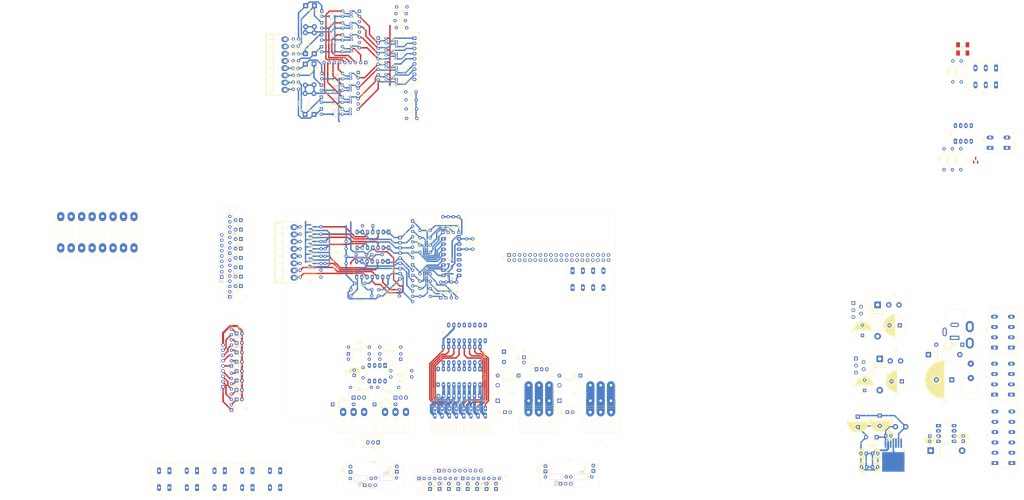
<source format=kicad_pcb>
(kicad_pcb
	(version 20240108)
	(generator "pcbnew")
	(generator_version "8.0")
	(general
		(thickness 1.6)
		(legacy_teardrops no)
	)
	(paper "A4")
	(layers
		(0 "F.Cu" signal)
		(31 "B.Cu" signal)
		(32 "B.Adhes" user "B.Adhesive")
		(33 "F.Adhes" user "F.Adhesive")
		(34 "B.Paste" user)
		(35 "F.Paste" user)
		(36 "B.SilkS" user "B.Silkscreen")
		(37 "F.SilkS" user "F.Silkscreen")
		(38 "B.Mask" user)
		(39 "F.Mask" user)
		(40 "Dwgs.User" user "User.Drawings")
		(41 "Cmts.User" user "User.Comments")
		(42 "Eco1.User" user "User.Eco1")
		(43 "Eco2.User" user "User.Eco2")
		(44 "Edge.Cuts" user)
		(45 "Margin" user)
		(46 "B.CrtYd" user "B.Courtyard")
		(47 "F.CrtYd" user "F.Courtyard")
		(48 "B.Fab" user)
		(49 "F.Fab" user)
		(50 "User.1" user)
		(51 "User.2" user)
		(52 "User.3" user)
		(53 "User.4" user)
		(54 "User.5" user)
		(55 "User.6" user)
		(56 "User.7" user)
		(57 "User.8" user)
		(58 "User.9" user)
	)
	(setup
		(pad_to_mask_clearance 0)
		(allow_soldermask_bridges_in_footprints no)
		(pcbplotparams
			(layerselection 0x00010fc_ffffffff)
			(plot_on_all_layers_selection 0x0000000_00000000)
			(disableapertmacros no)
			(usegerberextensions no)
			(usegerberattributes yes)
			(usegerberadvancedattributes yes)
			(creategerberjobfile yes)
			(dashed_line_dash_ratio 12.000000)
			(dashed_line_gap_ratio 3.000000)
			(svgprecision 4)
			(plotframeref no)
			(viasonmask no)
			(mode 1)
			(useauxorigin no)
			(hpglpennumber 1)
			(hpglpenspeed 20)
			(hpglpendiameter 15.000000)
			(pdf_front_fp_property_popups yes)
			(pdf_back_fp_property_popups yes)
			(dxfpolygonmode yes)
			(dxfimperialunits yes)
			(dxfusepcbnewfont yes)
			(psnegative no)
			(psa4output no)
			(plotreference yes)
			(plotvalue yes)
			(plotfptext yes)
			(plotinvisibletext no)
			(sketchpadsonfab no)
			(subtractmaskfromsilk no)
			(outputformat 1)
			(mirror no)
			(drillshape 1)
			(scaleselection 1)
			(outputdirectory "")
		)
	)
	(net 0 "")
	(net 1 "+5V")
	(net 2 "/Buzzer")
	(net 3 "+24V filtered")
	(net 4 "GND")
	(net 5 "+3V3")
	(net 6 "/ADC_CH3")
	(net 7 "/ADC_CH1")
	(net 8 "+12V")
	(net 9 "Net-(D6-K)")
	(net 10 "Net-(U1-BOOT)")
	(net 11 "/Dig-IN_1")
	(net 12 "Net-(U11-CAP+)")
	(net 13 "Net-(D14-K)")
	(net 14 "-5V")
	(net 15 "/ADC_CH5")
	(net 16 "/ADC_CH6")
	(net 17 "/ADC_CH0")
	(net 18 "/ADC_CH2")
	(net 19 "/ADC_CH7")
	(net 20 "/ADC_CH4")
	(net 21 "/Dig-IN_2")
	(net 22 "/Dig-IN_3")
	(net 23 "/Dig-IN_4")
	(net 24 "/Dig-IN_5")
	(net 25 "/Dig-IN_6")
	(net 26 "/Dig-IN_7")
	(net 27 "/Dig-IN_8")
	(net 28 "Net-(D1-K)")
	(net 29 "Net-(D2-K)")
	(net 30 "Net-(D5-K)")
	(net 31 "OUT_Digital_1_open-drain")
	(net 32 "Net-(U3C-+)")
	(net 33 "Net-(U3D-+)")
	(net 34 "IN_Analog_6 (0-20mA)")
	(net 35 "IN_Analog_7 (0-20mA)")
	(net 36 "Net-(U9B-+)")
	(net 37 "/OUT_PWM_1_diode")
	(net 38 "/OUT_PWM_2_diode")
	(net 39 "Net-(D34-A)")
	(net 40 "Net-(U9A-+)")
	(net 41 "OUT_Digital_2_open-drain")
	(net 42 "OUT_Digital_3_open-drain")
	(net 43 "OUT_Digital_4_open-drain")
	(net 44 "OUT_Digital_5_open-drain")
	(net 45 "Net-(U3A-+)")
	(net 46 "I2C_SDA")
	(net 47 "RS485_B")
	(net 48 "RS485_A")
	(net 49 "Net-(D50-A1)")
	(net 50 "Net-(D51-A)")
	(net 51 "Net-(D53-A1)")
	(net 52 "Net-(D54-A)")
	(net 53 "Net-(D56-A1)")
	(net 54 "Net-(D57-A)")
	(net 55 "Net-(D59-A1)")
	(net 56 "Net-(D60-A)")
	(net 57 "Net-(D62-A1)")
	(net 58 "Net-(D63-A)")
	(net 59 "Net-(D65-A1)")
	(net 60 "Net-(D66-A)")
	(net 61 "Net-(D68-A1)")
	(net 62 "Net-(D69-A)")
	(net 63 "Net-(D71-A1)")
	(net 64 "Net-(D72-A)")
	(net 65 "+BATT")
	(net 66 "unconnected-(J1-ID_SD{slash}GPIO0-Pad27)")
	(net 67 "/SPI_CE0_ADC")
	(net 68 "Net-(J1-3V3-Pad1)")
	(net 69 "/SPI0_miso_ADC")
	(net 70 "/UART_DIR-T")
	(net 71 "/SPI0_mosi_ADC")
	(net 72 "/SPI0_sclk_ADC")
	(net 73 "/UART_TX")
	(net 74 "/SPI1_miso_FREE")
	(net 75 "/SR-OUT_latch")
	(net 76 "/SPI1_mosi_FREE")
	(net 77 "/SR-OUT_clock")
	(net 78 "/SR-OUT_data")
	(net 79 "unconnected-(J1-ID_SC{slash}GPIO1-Pad28)")
	(net 80 "/SPI1_CE_FREE")
	(net 81 "/UART_RX")
	(net 82 "/OUT_PWM_2")
	(net 83 "/SPI1_sclk_FREE")
	(net 84 "/OUT_PWM_1")
	(net 85 "IN_Digital_8")
	(net 86 "IN_Digital_5")
	(net 87 "IN_Digital_2")
	(net 88 "IN_Digital_3")
	(net 89 "IN_Digital_4")
	(net 90 "IN_Digital_6")
	(net 91 "IN_Digital_7")
	(net 92 "IN_Digital_1")
	(net 93 "OUT_Digital_8")
	(net 94 "OUT_Digital_7_open-drain")
	(net 95 "OUT_Digital_2")
	(net 96 "OUT_Digital_4")
	(net 97 "OUT_Digital_5")
	(net 98 "OUT_Digital_6")
	(net 99 "OUT_Digital_3")
	(net 100 "OUT_Digital_7")
	(net 101 "OUT_Digital_8_open-drain")
	(net 102 "OUT_Digital_1")
	(net 103 "OUT_Digital_6_open-drain")
	(net 104 "Net-(J4-Pin_1)")
	(net 105 "Net-(J4-Pin_2)")
	(net 106 "Net-(J4-Pin_3)")
	(net 107 "OUT_Digital_COM_open-drain")
	(net 108 "Net-(J6-Pin_1)")
	(net 109 "Net-(J6-Pin_3)")
	(net 110 "Net-(J6-Pin_2)")
	(net 111 "IN_Analog_1 (0-3.3V)")
	(net 112 "IN_Analog_5 (0-24V)")
	(net 113 "IN_Analog_4 (0-12V)")
	(net 114 "IN_Analog_2 (0-5V)")
	(net 115 "IN_Analog_0 (0-3.3V)")
	(net 116 "IN_Analog_3 (0-5V)")
	(net 117 "Net-(Q1-G)")
	(net 118 "Net-(Q2-G)")
	(net 119 "Net-(Q2-D)")
	(net 120 "Net-(Q5-G)")
	(net 121 "Net-(Q7-G)")
	(net 122 "Net-(Q7-D)")
	(net 123 "Net-(Q9-G)")
	(net 124 "Net-(Q10-G)")
	(net 125 "Net-(Q11-D)")
	(net 126 "Net-(Q11-G)")
	(net 127 "Net-(Q13-G)")
	(net 128 "Net-(Q13-D)")
	(net 129 "Net-(Q15-D)")
	(net 130 "Net-(Q15-G)")
	(net 131 "Net-(Q17-G)")
	(net 132 "Net-(Q17-D)")
	(net 133 "Net-(Q19-D)")
	(net 134 "Net-(Q19-G)")
	(net 135 "Net-(U9C--)")
	(net 136 "Net-(U12-~{OUTA})")
	(net 137 "Net-(U12-~{OUTB})")
	(net 138 "Net-(U12-INB)")
	(net 139 "Net-(R33-Pad1)")
	(net 140 "Net-(U9D--)")
	(net 141 "Net-(U12-INA)")
	(net 142 "Net-(R108-Pad1)")
	(net 143 "unconnected-(U1-EN-Pad7)")
	(net 144 "unconnected-(U1-NC-Pad5)")
	(net 145 "unconnected-(U2-QH'-Pad9)")
	(net 146 "unconnected-(U11-OSC-Pad7)")
	(net 147 "unconnected-(U11-NC-Pad1)")
	(net 148 "unconnected-(U12-NC-Pad8)")
	(net 149 "unconnected-(U12-NC-Pad1)")
	(net 150 "Net-(U3B-+)")
	(net 151 "Net-(D45-K)")
	(net 152 "unconnected-(J3-Pin_13-Pad13)")
	(net 153 "unconnected-(J3-Pin_1-Pad1)")
	(net 154 "unconnected-(J3-Pin_3-Pad3)")
	(net 155 "unconnected-(J3-Pin_8-Pad8)")
	(net 156 "unconnected-(J3-Pin_15-Pad15)")
	(net 157 "unconnected-(J3-Pin_11-Pad11)")
	(net 158 "unconnected-(J3-Pin_5-Pad5)")
	(net 159 "unconnected-(J3-Pin_14-Pad14)")
	(net 160 "unconnected-(J3-Pin_10-Pad10)")
	(net 161 "unconnected-(J3-Pin_4-Pad4)")
	(net 162 "unconnected-(J3-Pin_6-Pad6)")
	(net 163 "unconnected-(J3-Pin_7-Pad7)")
	(net 164 "unconnected-(J3-Pin_16-Pad16)")
	(net 165 "unconnected-(J3-Pin_9-Pad9)")
	(net 166 "unconnected-(J3-Pin_2-Pad2)")
	(net 167 "unconnected-(J3-Pin_12-Pad12)")
	(net 168 "/LED_analog-CH6")
	(net 169 "/LED_analog-CH2")
	(net 170 "/LED_analog-CH7")
	(net 171 "/LED_analog-CH5")
	(net 172 "/LED_analog-CH0")
	(net 173 "/LED_analog-CH1")
	(net 174 "/LED_analog-CH3")
	(net 175 "/LED_analog-CH4")
	(net 176 "Net-(D10-K)")
	(net 177 "Net-(D7-A)")
	(net 178 "Net-(D8-A)")
	(net 179 "Net-(D10-A)")
	(net 180 "Net-(D15-A)")
	(net 181 "Net-(D17-A)")
	(net 182 "Net-(D23-A)")
	(net 183 "Net-(D26-A)")
	(net 184 "Net-(D27-A)")
	(net 185 "Net-(D82-K)")
	(net 186 "Net-(D82-A)")
	(net 187 "Net-(D83-K)")
	(net 188 "Net-(D84-K)")
	(net 189 "Net-(D85-K)")
	(net 190 "Net-(D86-K)")
	(net 191 "Net-(D87-K)")
	(net 192 "Net-(D88-K)")
	(net 193 "Net-(D89-K)")
	(net 194 "Net-(J25-Pin_8)")
	(net 195 "Net-(J25-Pin_5)")
	(net 196 "Net-(J25-Pin_7)")
	(net 197 "Net-(J25-Pin_2)")
	(net 198 "Net-(J25-Pin_6)")
	(net 199 "Net-(J25-Pin_1)")
	(net 200 "Net-(J25-Pin_4)")
	(net 201 "Net-(J25-Pin_3)")
	(net 202 "Net-(J27-Pin_4)")
	(net 203 "Net-(J27-Pin_8)")
	(net 204 "Net-(J27-Pin_1)")
	(net 205 "Net-(J27-Pin_5)")
	(net 206 "Net-(J27-Pin_6)")
	(net 207 "Net-(J27-Pin_7)")
	(net 208 "Net-(J27-Pin_3)")
	(net 209 "Net-(J27-Pin_2)")
	(net 210 "Net-(D20-A)")
	(net 211 "Net-(D20-K)")
	(net 212 "Net-(D30-K)")
	(net 213 "Net-(D37-K)")
	(net 214 "Net-(D40-K)")
	(net 215 "Net-(D41-K)")
	(net 216 "Net-(D42-K)")
	(net 217 "Net-(D43-K)")
	(net 218 "Net-(D44-K)")
	(net 219 "/LED_digital-out_2")
	(net 220 "/LED_digital-out_8")
	(net 221 "/LED_digital-out_6")
	(net 222 "/LED_digital-out_5")
	(net 223 "/LED_digital-out_4")
	(net 224 "/LED_digital-out_7")
	(net 225 "/LED_digital-out_1")
	(net 226 "/LED_digital-out_3")
	(net 227 "Net-(J23-Pin_1)")
	(net 228 "Net-(J23-Pin_5)")
	(net 229 "Net-(J23-Pin_3)")
	(net 230 "Net-(J23-Pin_2)")
	(net 231 "Net-(J23-Pin_8)")
	(net 232 "Net-(J23-Pin_7)")
	(net 233 "Net-(J23-Pin_4)")
	(net 234 "Net-(J23-Pin_6)")
	(net 235 "/LED_relay-1")
	(net 236 "/LED_PWM-1")
	(net 237 "/LED_PWM-2")
	(net 238 "Net-(D34-K)")
	(net 239 "/LED_relay-2")
	(net 240 "Net-(D52-K)")
	(net 241 "Net-(D52-A)")
	(net 242 "Net-(D55-K)")
	(net 243 "Net-(J30-Pin_3)")
	(net 244 "Net-(J30-Pin_2)")
	(net 245 "Net-(J31-Pin_3)")
	(net 246 "Net-(J31-Pin_2)")
	(net 247 "Net-(RN9-R2.2)")
	(net 248 "Net-(RN9-R8.2)")
	(net 249 "Net-(RN9-R7.2)")
	(net 250 "Net-(RN9-R5.2)")
	(net 251 "Net-(RN9-R1.2)")
	(net 252 "Net-(RN9-R6.2)")
	(net 253 "Net-(RN9-R3.2)")
	(net 254 "Net-(RN9-R4.2)")
	(net 255 "/DIP_EN-Filter-ADC3")
	(net 256 "/DIP_EN-Filter-ADC1")
	(net 257 "/DIP_EN-Filter-ADC5")
	(net 258 "/DIP_EN-Filter-ADC6")
	(net 259 "/DIP_EN-Filter-ADC0")
	(net 260 "/DIP_EN-Filter-ADC2")
	(net 261 "/DIP_EN-Filter-ADC7")
	(net 262 "/DIP_EN-Filter-ADC4")
	(footprint "Capacitor_THT:CP_Radial_D10.0mm_P5.00mm" (layer "F.Cu") (at 337.190477 124.3076 180))
	(footprint "Connector_JST:JST_XH_B9B-XH-A_1x09_P2.50mm_Vertical" (layer "F.Cu") (at 100.6223 -42.2167 -90))
	(footprint "Resistor_THT:R_Axial_DIN0207_L6.3mm_D2.5mm_P10.16mm_Horizontal" (layer "F.Cu") (at 357.655 21.6 90))
	(footprint "Button_Switch_THT:SW_DIP_SPSTx04_Slide_9.78x12.34mm_W7.62mm_P2.54mm" (layer "F.Cu") (at 114.464773 52.0495 90))
	(footprint "Package_TO_SOT_THT:TO-92_Inline" (layer "F.Cu") (at 86.8893 -42.2497 -90))
	(footprint "Package_DIP:DIP-4_W10.16mm" (layer "F.Cu") (at 68.58 110.998))
	(footprint "Connector_PinSocket_2.54mm:PinSocket_1x02_P2.54mm_Vertical" (layer "F.Cu") (at 153.761 112.669))
	(footprint "Capacitor_THT:CP_Radial_D5.0mm_P2.50mm" (layer "F.Cu") (at 71.374 121.412 90))
	(footprint "Relay_THT:Relay_SPDT_Omron_G2RL-1-E" (layer "F.Cu") (at 141.036 133.731 90))
	(footprint "Resistor_THT:R_Axial_DIN0207_L6.3mm_D2.5mm_P10.16mm_Horizontal" (layer "F.Cu") (at 55.289773 73.722 180))
	(footprint "LED_THT:LED_D3.0mm_IRGrey" (layer "F.Cu") (at 14.346 119.38))
	(footprint "LED_THT:LED_D3.0mm_IRGrey" (layer "F.Cu") (at 16.388 46.111 180))
	(footprint "Capacitor_THT:CP_Radial_D8.0mm_P5.00mm" (layer "F.Cu") (at 318.0588 102.072251 90))
	(footprint "Diode_THT:D_DO-201AD_P15.24mm_Horizontal" (layer "F.Cu") (at 326.4408 113.3856 -90))
	(footprint "Package_DIP:DIP-8_W7.62mm_LongPads"
		(layer "F.Cu")
		(uuid "0a190fd7-2dbf-4d42-bf26-6ca23693d527")
		(at 363.2 7.825 90)
		(descr "8-lead though-hole mounted DIP package, row spacing 7.62 mm (300 mils), LongPads")
		(tags "THT DIP DIL PDIP 2.54mm 7.62mm 300mil LongPads")
		(property "Reference" "U16"
			(at 3.81 -2.33 90)
			(layer "F.SilkS")
			(uuid "774d4eee-02fd-40fc-9307-dc87ff5b3d17")
			(effects
				(font
					(size 1 1)
					(thickness 0.15)
				)
			)
		)
		(property "Value" "MAX3483"
			(at 3.81 9.95 90)
			(layer "F.Fab")
			(uuid "0a8e769d-8d10-463f-b6d0-98d39dfd4189")
			(effects
				(font
					(size 1 1)
					(thickness 0.15)
				)
			)
		)
		(property "Footprint" "Package_DIP:DIP-8_W7.62mm_LongPads"
			(at 0 0 90)
			(unlocked yes)
			(layer "F.Fab")
			(hide yes)
			(uuid "f40826d5-19cf-45ac-b5b1-b00bcb51981e")
			(effects
				(font
					(size 1.27 1.27)
					(thickness 0.15)
				)
			)
		)
		(property "Datasheet" "https://datasheets.maximintegrated.com/en/ds/MAX3483-MAX3491.pdf"
			(at 0 0 90)
			(unlocked yes)
			(layer "F.Fab")
			(hide yes)
			(uuid "2c121ce4-705a-401f-a285-fd25522f951a")
			(effects
				(font
					(size 1.27 1.27)
					(thickness 0.15)
				)
			)
		)
		(property "Description" "True RS-485/RS-422, 0.25Mbps, Slew-Rate Limited, with low-power shutdown, with receiver/driver enable, 32 receiver drive capacitity, DIP-8 and SOIC-8"
			(at 0 0 90)
			(unlocked yes)
			(layer "F.Fab")
			(hide yes)
			(uuid "5ebc0a7d-9bbe-4805-ac89-bbebcf628127")
			(effects
				(font
					(size 1.27 1.27)
					(thickness 0.15)
				)
			)
		)
		(property ki_fp_filters "DIP*W7.62mm* SOIC*3.9x4.9mm*P1.27mm*")
		(path "/0be52a61-fdab-4ded-9e87-4e3a717d77e2")
		(sheetname "Root")
		(sheetfile "pi-interface-board_v1.0.kicad_sch")
		(attr through_hole)
		(fp_line
			(start 6.06 -1.33)
			(end 4.81 -1.33)
			(stroke
				(width 0.12)
				(type solid)
			)
			(layer "F.SilkS")
			(uuid "13f8b196-7fff-46c3-8769-915480b921ce")
		)
		(fp_line
			(start 2.81 -1.33)
			(end 1.56 -1.33)
			(stroke
				(width 0.12)
				(type solid)
			)
			(layer "F.SilkS")
			(uuid "f382e960-75ce-4f8a-9bdc-e181dd51a2f4")
		)
		(fp_line
			(start 1.56 -1.33)
			(end 1.56 8.95)
			(stroke
				(width 0.12)
				(type solid)
			)
			(layer "F.SilkS")
			(uuid "f6ee7341-ec1a-4bff-8a40-1caea67e29a1")
		)
		(fp_line
			(start 6.06 8.95)
			(end 6.06 -1.33)
			(stroke
				(width 0.12)
				(type solid)
			)
			(layer "F.SilkS")
			(uuid "aa4173c5-49f2-41e4-8e6c-53fc18721f75")
		)
		(fp_line
			(start 1.56 8.95)
			(end 6.06 8.95)
			(stroke
				(width 0.12)
				(type solid)
			)
			(layer "F.SilkS")
			(uuid "11bf78bb-6d2d-4243-80eb-e74695de97b3")
		)
		(fp_arc
			(start 4.81 -1.33)
			(mid 3.81 -0.33)
			(end 2.81 -1.33)
			(stroke
				(width 0.12)
				(type solid)
			)
			(layer "F.SilkS")
			(uuid "9947883c-14e9-4098-837a-a6604b0863db")
		)
		(fp_line
			(start 9.1 -1.55)
			(end -1.45 -1.55)
			(stroke
				(width 0.05)
				(type solid)
			)
			(layer "F.CrtYd")
			(uuid "b1706fe2-6227-44aa-a883-f6941d2eaab7")
		)
		(fp_line
			(start -1.45 -1.55)
			(end -1.45 9.15)
			(stroke
				(width 0.05)
				(type solid)
			)
			(layer "F.CrtYd")
			(uuid "1f4b5f49-c116-4931-ae12-b3f3f500f25c")
		)
		(fp_line
			(start 9.1 9.15)
			(end 9.1 -1.55)
			(stroke
				(width 0.05)
				(type solid)
			)
			(layer "F.CrtYd")
			(uuid "870f306c-54f3-48ab-9c98-5a33ef52a96c")
		)
		(fp_line
			(start -1.45 9.15)
			(end 9.1 9.15)
			(stroke
				(width 0.05)
				(type solid)
			)
			(layer "F.CrtYd")
			(uuid "55089681-9069-444c-a519-dbe48c932fde")
		)
		(fp_line
			(start 6.985 -1.27)
			(end 6.985 8.89)
			(stroke
				(width 0.1)
				(type solid)
			)
			(layer "F.Fab")
			(uuid "74c8944a-85b7-49a4-9648-e32eab66384c")
		)
		(fp_line
			(start 1.635 -1.27)
			(end 6.985 -1.27)
			(stroke
				(width 0.1)
				(type solid)
			)
			(layer "F.Fab")
			(uuid "387765ee-9cc8-422c-a5a3-ecc2b7e570d5")
		)
		(fp_line
			(start 0.635 -0.27)
			(end 1.635 -1.27)
			(stroke
				(width 0.1)
				(type solid)
			)
			(layer "F.Fab")
			(uuid "2a488d99-c11e-4f39-aa09-e64687358390")
		)
		(fp_line
			(start 6.985 8.89)
			(end 0.635 8.89)
			(stroke
				(width 0.1)
				(type solid)
			)
			(layer "F.Fab")
			(uuid "2972361a-1008-4fad-9fcc-8f03d84e014f")
		)
		(fp_line
			(start 0.635 8.89)
			(end 0.635 -0.27)
			(stroke
				(width 0.1)
				(type solid)
			)
			(layer "F.Fab")
			(uuid "80ebdc76-c005-4eb7-b4b8-3e8536bf9ccc")
		)
		(fp_text user "${REFERENCE}"
			(at 3.81 3.81 90)
			(layer "F.Fab")
			(uuid "0e1602b9-5ea5-40a9-9c93-432912a1ec2a")
			(effects
				(font
					(size 1 1)
					(thickness 0.15)
				)
			)
		)
		(pad "1" thru_hole rect
			(at 0 0 90)
			(size 2.4 1.6)
			(drill 0.8)
			(layers "*.Cu" "*.Mask")
			(remove_unused_layers no)
			(net 81 "/UART_RX")
			(pinfunction "RO")
			(pintype "output")
			(uuid "38f56b45-c0ec-434f-81f2-594088f99d98")
		)
		(pad "2" thru_hole oval
			(at 0 2.54 90)
			(size 2.4 1.6)
			(drill 0.8)
			(layers "*.Cu" "*.Mask")
			(remove_unused_layers no)
			(net 70 "/UART_DIR-T")
			(pinfunction "~{RE}")
			(pintype "input")
			(uuid "c7e708f4-9bfe-48bf-8e2b-d47e8811c804")
		)
		(pad "3" thru_hole oval
			(at 0 5.0
... [1800893 chars truncated]
</source>
